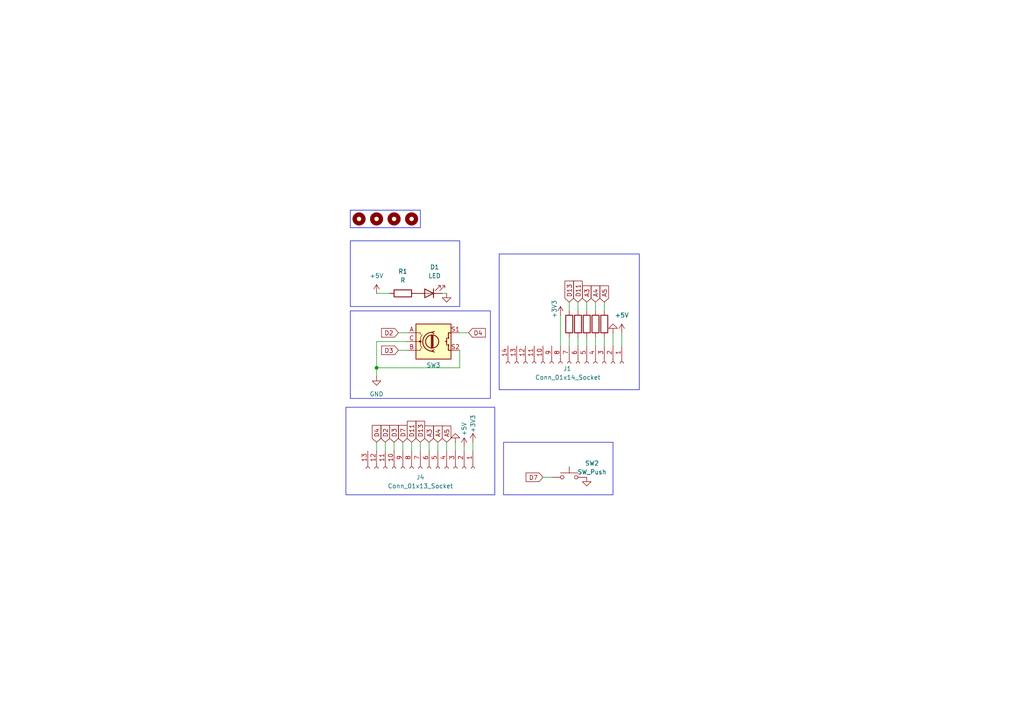
<source format=kicad_sch>
(kicad_sch (version 20231120) (generator "eeschema") (generator_version "8.0")
  (paper "A4")
  (lib_symbols
    (symbol "Connector:Conn_01x13_Socket" (pin_names (offset 1.016) hide)
      (property "Reference" "J" (at 0 17.78 0))
      (property "Value" "Conn_01x13_Socket" (at 0 -17.78 0))
      (symbol "Conn_01x13_Socket_1_1"
        (arc (start 0 -14.732) (mid -0.5058 -15.24) (end 0 -15.748) (stroke (width 0.1524)))
        (arc (start 0 -12.192) (mid -0.5058 -12.7) (end 0 -13.208) (stroke (width 0.1524)))
        (arc (start 0 -9.652) (mid -0.5058 -10.16) (end 0 -10.668) (stroke (width 0.1524)))
        (arc (start 0 -7.112) (mid -0.5058 -7.62) (end 0 -8.128) (stroke (width 0.1524)))
        (arc (start 0 -4.572) (mid -0.5058 -5.08) (end 0 -5.588) (stroke (width 0.1524)))
        (arc (start 0 -2.032) (mid -0.5058 -2.54) (end 0 -3.048) (stroke (width 0.1524)))
        (polyline (pts (xy -1.27 -15.24) (xy -0.508 -15.24)) (stroke (width 0.1524)))
        (polyline (pts (xy -1.27 -12.7) (xy -0.508 -12.7)) (stroke (width 0.1524)))
        (polyline (pts (xy -1.27 -10.16) (xy -0.508 -10.16)) (stroke (width 0.1524)))
        (polyline (pts (xy -1.27 -7.62) (xy -0.508 -7.62)) (stroke (width 0.1524)))
        (polyline (pts (xy -1.27 -5.08) (xy -0.508 -5.08)) (stroke (width 0.1524)))
        (polyline (pts (xy -1.27 -2.54) (xy -0.508 -2.54)) (stroke (width 0.1524)))
        (polyline (pts (xy -1.27 0) (xy -0.508 0)) (stroke (width 0.1524)))
        (polyline (pts (xy -1.27 2.54) (xy -0.508 2.54)) (stroke (width 0.1524)))
        (polyline (pts (xy -1.27 5.08) (xy -0.508 5.08)) (stroke (width 0.1524)))
        (polyline (pts (xy -1.27 7.62) (xy -0.508 7.62)) (stroke (width 0.1524)))
        (polyline (pts (xy -1.27 10.16) (xy -0.508 10.16)) (stroke (width 0.1524)))
        (polyline (pts (xy -1.27 12.7) (xy -0.508 12.7)) (stroke (width 0.1524)))
        (polyline (pts (xy -1.27 15.24) (xy -0.508 15.24)) (stroke (width 0.1524)))
        (arc (start 0 0.508) (mid -0.5058 0) (end 0 -0.508) (stroke (width 0.1524)))
        (arc (start 0 3.048) (mid -0.5058 2.54) (end 0 2.032) (stroke (width 0.1524)))
        (arc (start 0 5.588) (mid -0.5058 5.08) (end 0 4.572) (stroke (width 0.1524)))
        (arc (start 0 8.128) (mid -0.5058 7.62) (end 0 7.112) (stroke (width 0.1524)))
        (arc (start 0 10.668) (mid -0.5058 10.16) (end 0 9.652) (stroke (width 0.1524)))
        (arc (start 0 13.208) (mid -0.5058 12.7) (end 0 12.192) (stroke (width 0.1524)))
        (arc (start 0 15.748) (mid -0.5058 15.24) (end 0 14.732) (stroke (width 0.1524)))
        (pin passive line (at -5.08 15.24 0) (length 3.81) (name "Pin_1") (number "1"))
        (pin passive line (at -5.08 -7.62 0) (length 3.81) (name "Pin_10") (number "10"))
        (pin passive line (at -5.08 -10.16 0) (length 3.81) (name "Pin_11") (number "11"))
        (pin passive line (at -5.08 -12.7 0) (length 3.81) (name "Pin_12") (number "12"))
        (pin passive line (at -5.08 -15.24 0) (length 3.81) (name "Pin_13") (number "13"))
        (pin passive line (at -5.08 12.7 0) (length 3.81) (name "Pin_2") (number "2"))
        (pin passive line (at -5.08 10.16 0) (length 3.81) (name "Pin_3") (number "3"))
        (pin passive line (at -5.08 7.62 0) (length 3.81) (name "Pin_4") (number "4"))
        (pin passive line (at -5.08 5.08 0) (length 3.81) (name "Pin_5") (number "5"))
        (pin passive line (at -5.08 2.54 0) (length 3.81) (name "Pin_6") (number "6"))
        (pin passive line (at -5.08 0 0) (length 3.81) (name "Pin_7") (number "7"))
        (pin passive line (at -5.08 -2.54 0) (length 3.81) (name "Pin_8") (number "8"))
        (pin passive line (at -5.08 -5.08 0) (length 3.81) (name "Pin_9") (number "9"))
      )
    )
    (symbol "Connector:Conn_01x14_Socket" (pin_names (offset 1.016) hide)
      (property "Reference" "J" (at 0 17.78 0))
      (property "Value" "Conn_01x14_Socket" (at 0 -20.32 0))
      (symbol "Conn_01x14_Socket_1_1"
        (arc (start 0 -17.272) (mid -0.5058 -17.78) (end 0 -18.288) (stroke (width 0.1524)))
        (arc (start 0 -14.732) (mid -0.5058 -15.24) (end 0 -15.748) (stroke (width 0.1524)))
        (arc (start 0 -12.192) (mid -0.5058 -12.7) (end 0 -13.208) (stroke (width 0.1524)))
        (arc (start 0 -9.652) (mid -0.5058 -10.16) (end 0 -10.668) (stroke (width 0.1524)))
        (arc (start 0 -7.112) (mid -0.5058 -7.62) (end 0 -8.128) (stroke (width 0.1524)))
        (arc (start 0 -4.572) (mid -0.5058 -5.08) (end 0 -5.588) (stroke (width 0.1524)))
        (arc (start 0 -2.032) (mid -0.5058 -2.54) (end 0 -3.048) (stroke (width 0.1524)))
        (polyline (pts (xy -1.27 -17.78) (xy -0.508 -17.78)) (stroke (width 0.1524)))
        (polyline (pts (xy -1.27 -15.24) (xy -0.508 -15.24)) (stroke (width 0.1524)))
        (polyline (pts (xy -1.27 -12.7) (xy -0.508 -12.7)) (stroke (width 0.1524)))
        (polyline (pts (xy -1.27 -10.16) (xy -0.508 -10.16)) (stroke (width 0.1524)))
        (polyline (pts (xy -1.27 -7.62) (xy -0.508 -7.62)) (stroke (width 0.1524)))
        (polyline (pts (xy -1.27 -5.08) (xy -0.508 -5.08)) (stroke (width 0.1524)))
        (polyline (pts (xy -1.27 -2.54) (xy -0.508 -2.54)) (stroke (width 0.1524)))
        (polyline (pts (xy -1.27 0) (xy -0.508 0)) (stroke (width 0.1524)))
        (polyline (pts (xy -1.27 2.54) (xy -0.508 2.54)) (stroke (width 0.1524)))
        (polyline (pts (xy -1.27 5.08) (xy -0.508 5.08)) (stroke (width 0.1524)))
        (polyline (pts (xy -1.27 7.62) (xy -0.508 7.62)) (stroke (width 0.1524)))
        (polyline (pts (xy -1.27 10.16) (xy -0.508 10.16)) (stroke (width 0.1524)))
        (polyline (pts (xy -1.27 12.7) (xy -0.508 12.7)) (stroke (width 0.1524)))
        (polyline (pts (xy -1.27 15.24) (xy -0.508 15.24)) (stroke (width 0.1524)))
        (arc (start 0 0.508) (mid -0.5058 0) (end 0 -0.508) (stroke (width 0.1524)))
        (arc (start 0 3.048) (mid -0.5058 2.54) (end 0 2.032) (stroke (width 0.1524)))
        (arc (start 0 5.588) (mid -0.5058 5.08) (end 0 4.572) (stroke (width 0.1524)))
        (arc (start 0 8.128) (mid -0.5058 7.62) (end 0 7.112) (stroke (width 0.1524)))
        (arc (start 0 10.668) (mid -0.5058 10.16) (end 0 9.652) (stroke (width 0.1524)))
        (arc (start 0 13.208) (mid -0.5058 12.7) (end 0 12.192) (stroke (width 0.1524)))
        (arc (start 0 15.748) (mid -0.5058 15.24) (end 0 14.732) (stroke (width 0.1524)))
        (pin passive line (at -5.08 15.24 0) (length 3.81) (name "Pin_1") (number "1"))
        (pin passive line (at -5.08 -7.62 0) (length 3.81) (name "Pin_10") (number "10"))
        (pin passive line (at -5.08 -10.16 0) (length 3.81) (name "Pin_11") (number "11"))
        (pin passive line (at -5.08 -12.7 0) (length 3.81) (name "Pin_12") (number "12"))
        (pin passive line (at -5.08 -15.24 0) (length 3.81) (name "Pin_13") (number "13"))
        (pin passive line (at -5.08 -17.78 0) (length 3.81) (name "Pin_14") (number "14"))
        (pin passive line (at -5.08 12.7 0) (length 3.81) (name "Pin_2") (number "2"))
        (pin passive line (at -5.08 10.16 0) (length 3.81) (name "Pin_3") (number "3"))
        (pin passive line (at -5.08 7.62 0) (length 3.81) (name "Pin_4") (number "4"))
        (pin passive line (at -5.08 5.08 0) (length 3.81) (name "Pin_5") (number "5"))
        (pin passive line (at -5.08 2.54 0) (length 3.81) (name "Pin_6") (number "6"))
        (pin passive line (at -5.08 0 0) (length 3.81) (name "Pin_7") (number "7"))
        (pin passive line (at -5.08 -2.54 0) (length 3.81) (name "Pin_8") (number "8"))
        (pin passive line (at -5.08 -5.08 0) (length 3.81) (name "Pin_9") (number "9"))
      )
    )
    (symbol "Device:LED" (pin_numbers hide) (pin_names (offset 1.016) hide)
      (property "Reference" "D" (at 0 2.54 0))
      (property "Value" "LED" (at 0 -2.54 0))
      (symbol "LED_0_1"
        (polyline (pts (xy -1.27 -1.27) (xy -1.27 1.27)) (stroke (width 0.254)))
        (polyline (pts (xy -1.27 0) (xy 1.27 0)))
        (polyline (pts (xy 1.27 -1.27) (xy 1.27 1.27) (xy -1.27 0) (xy 1.27 -1.27)) (stroke (width 0.254)))
        (polyline (pts (xy -3.048 -0.762) (xy -4.572 -2.286) (xy -3.81 -2.286) (xy -4.572 -2.286) (xy -4.572 -1.524)))
        (polyline (pts (xy -1.778 -0.762) (xy -3.302 -2.286) (xy -2.54 -2.286) (xy -3.302 -2.286) (xy -3.302 -1.524)))
      )
      (symbol "LED_1_1"
        (pin passive line (at -3.81 0 0) (length 2.54) (name "K") (number "1"))
        (pin passive line (at 3.81 0 180) (length 2.54) (name "A") (number "2"))
      )
    )
    (symbol "Device:R" (pin_numbers hide) (pin_names (offset 0))
      (property "Reference" "R" (at 2.032 0 90))
      (property "Value" "R" (at 0 0 90))
      (symbol "R_0_1"
        (rectangle (start -1.016 -2.54) (end 1.016 2.54) (stroke (width 0.254)))
      )
      (symbol "R_1_1"
        (pin passive line (at 0 3.81 270) (length 1.27) (name "~") (number "1"))
        (pin passive line (at 0 -3.81 90) (length 1.27) (name "~") (number "2"))
      )
    )
    (symbol "Device:RotaryEncoder_Switch" (pin_names (offset 0.254) hide)
      (property "Reference" "SW" (at 0 6.604 0))
      (property "Value" "RotaryEncoder_Switch" (at 0 -6.604 0))
      (symbol "RotaryEncoder_Switch_0_1"
        (rectangle (start -5.08 5.08) (end 5.08 -5.08) (stroke (width 0.254)) (fill (type background)))
        (circle (center -3.81 0) (radius 0.254) (fill (type outline)))
        (circle (center -0.381 0) (radius 1.905) (stroke (width 0.254)))
        (arc (start -0.381 2.667) (mid -3.0988 -0.0635) (end -0.381 -2.794) (stroke (width 0.254)))
        (polyline (pts (xy -0.635 -1.778) (xy -0.635 1.778)) (stroke (width 0.254)))
        (polyline (pts (xy -0.381 -1.778) (xy -0.381 1.778)) (stroke (width 0.254)))
        (polyline (pts (xy -0.127 1.778) (xy -0.127 -1.778)) (stroke (width 0.254)))
        (polyline (pts (xy 3.81 0) (xy 3.429 0)) (stroke (width 0.254)))
        (polyline (pts (xy 3.81 1.016) (xy 3.81 -1.016)) (stroke (width 0.254)))
        (polyline (pts (xy -5.08 -2.54) (xy -3.81 -2.54) (xy -3.81 -2.032)))
        (polyline (pts (xy -5.08 2.54) (xy -3.81 2.54) (xy -3.81 2.032)))
        (polyline (pts (xy 0.254 -3.048) (xy -0.508 -2.794) (xy 0.127 -2.413)) (stroke (width 0.254)))
        (polyline (pts (xy 0.254 2.921) (xy -0.508 2.667) (xy 0.127 2.286)) (stroke (width 0.254)))
        (polyline (pts (xy 5.08 -2.54) (xy 4.318 -2.54) (xy 4.318 -1.016)) (stroke (width 0.254)))
        (polyline (pts (xy 5.08 2.54) (xy 4.318 2.54) (xy 4.318 1.016)) (stroke (width 0.254)))
        (polyline (pts (xy -5.08 0) (xy -3.81 0) (xy -3.81 -1.016) (xy -3.302 -2.032)))
        (polyline (pts (xy -4.318 0) (xy -3.81 0) (xy -3.81 1.016) (xy -3.302 2.032)))
        (circle (center 4.318 -1.016) (radius 0.127) (stroke (width 0.254)))
        (circle (center 4.318 1.016) (radius 0.127) (stroke (width 0.254)))
      )
      (symbol "RotaryEncoder_Switch_1_1"
        (pin passive line (at -7.62 2.54 0) (length 2.54) (name "A") (number "A"))
        (pin passive line (at -7.62 -2.54 0) (length 2.54) (name "B") (number "B"))
        (pin passive line (at -7.62 0 0) (length 2.54) (name "C") (number "C"))
        (pin passive line (at 7.62 2.54 180) (length 2.54) (name "S1") (number "S1"))
        (pin passive line (at 7.62 -2.54 180) (length 2.54) (name "S2") (number "S2"))
      )
    )
    (symbol "Mechanical:MountingHole" (pin_names (offset 1.016)) (exclude_from_sim yes) (in_bom no)
      (property "Reference" "H" (at 0 5.08 0))
      (property "Value" "MountingHole" (at 0 3.175 0))
      (symbol "MountingHole_0_1"
        (circle (center 0 0) (radius 1.27) (stroke (width 1.27)))
      )
    )
    (symbol "Switch:SW_Push" (pin_numbers hide) (pin_names (offset 1.016) hide)
      (property "Reference" "SW" (at 1.27 2.54 0))
      (property "Value" "SW_Push" (at 0 -1.524 0))
      (symbol "SW_Push_0_1"
        (circle (center -2.032 0) (radius 0.508))
        (polyline (pts (xy 0 1.27) (xy 0 3.048)))
        (polyline (pts (xy 2.54 1.27) (xy -2.54 1.27)))
        (circle (center 2.032 0) (radius 0.508))
        (pin passive line (at -5.08 0 0) (length 2.54) (name "1") (number "1"))
        (pin passive line (at 5.08 0 180) (length 2.54) (name "2") (number "2"))
      )
    )
    (symbol "power:+3V3" (power) (pin_numbers hide) (pin_names (offset 0) hide)
      (property "Value" "+3V3" (at 0 3.556 0))
      (symbol "+3V3_0_1"
        (polyline (pts (xy -0.762 1.27) (xy 0 2.54)))
        (polyline (pts (xy 0 0) (xy 0 2.54)))
        (polyline (pts (xy 0 2.54) (xy 0.762 1.27)))
      )
      (symbol "+3V3_1_1"
        (pin power_in line (at 0 0 90) (length 0) (name "~") (number "1"))
      )
    )
    (symbol "power:+5V" (power) (pin_numbers hide) (pin_names (offset 0) hide)
      (property "Value" "+5V" (at 0 3.556 0))
      (symbol "+5V_0_1"
        (polyline (pts (xy -0.762 1.27) (xy 0 2.54)))
        (polyline (pts (xy 0 0) (xy 0 2.54)))
        (polyline (pts (xy 0 2.54) (xy 0.762 1.27)))
      )
      (symbol "+5V_1_1"
        (pin power_in line (at 0 0 90) (length 0) (name "~") (number "1"))
      )
    )
    (symbol "power:GND" (power) (pin_numbers hide) (pin_names (offset 0) hide)
      (property "Value" "GND" (at 0 -3.81 0))
      (symbol "GND_0_1"
        (polyline (pts (xy 0 0) (xy 0 -1.27) (xy 1.27 -1.27) (xy 0 -2.54) (xy -1.27 -1.27) (xy 0 -1.27)))
      )
      (symbol "GND_1_1"
        (pin power_in line (at 0 0 270) (length 0) (name "~") (number "1"))
      )
    )
  )
  (junction (at 109.22 106.68))
  (wire (pts (xy 172.72 97.79) (xy 172.72 100.33)))
  (wire (pts (xy 162.56 91.44) (xy 162.56 100.33)))
  (wire (pts (xy 175.26 97.79) (xy 175.26 100.33)))
  (wire (pts (xy 111.76 128.27) (xy 111.76 130.81)))
  (wire (pts (xy 167.64 97.79) (xy 167.64 100.33)))
  (wire (pts (xy 109.22 128.27) (xy 109.22 130.81)))
  (wire (pts (xy 134.62 129.54) (xy 134.62 130.81)))
  (wire (pts (xy 165.1 97.79) (xy 165.1 100.33)))
  (wire (pts (xy 129.54 128.27) (xy 129.54 130.81)))
  (wire (pts (xy 115.57 96.52) (xy 118.11 96.52)))
  (wire (pts (xy 127 128.27) (xy 127 130.81)))
  (wire (pts (xy 172.72 87.63) (xy 172.72 90.17)))
  (wire (pts (xy 114.3 128.27) (xy 114.3 130.81)))
  (wire (pts (xy 133.35 96.52) (xy 135.89 96.52)))
  (wire (pts (xy 129.54 85.09) (xy 128.27 85.09)))
  (wire (pts (xy 124.46 128.27) (xy 124.46 130.81)))
  (wire (pts (xy 109.22 99.06) (xy 109.22 106.68)))
  (wire (pts (xy 109.22 106.68) (xy 133.35 106.68)))
  (wire (pts (xy 167.64 87.63) (xy 167.64 90.17)))
  (wire (pts (xy 109.22 109.22) (xy 109.22 106.68)))
  (wire (pts (xy 175.26 87.63) (xy 175.26 90.17)))
  (wire (pts (xy 109.22 85.09) (xy 113.03 85.09)))
  (wire (pts (xy 132.08 128.27) (xy 132.08 130.81)))
  (wire (pts (xy 119.38 128.27) (xy 119.38 130.81)))
  (wire (pts (xy 177.8 96.52) (xy 177.8 100.33)))
  (wire (pts (xy 115.57 101.6) (xy 118.11 101.6)))
  (wire (pts (xy 180.34 96.52) (xy 180.34 100.33)))
  (wire (pts (xy 121.92 128.27) (xy 121.92 130.81)))
  (wire (pts (xy 133.35 106.68) (xy 133.35 101.6)))
  (wire (pts (xy 165.1 87.63) (xy 165.1 90.17)))
  (wire (pts (xy 118.11 99.06) (xy 109.22 99.06)))
  (wire (pts (xy 170.18 87.63) (xy 170.18 90.17)))
  (wire (pts (xy 157.48 138.43) (xy 160.02 138.43)))
  (wire (pts (xy 170.18 97.79) (xy 170.18 100.33)))
  (wire (pts (xy 116.84 128.27) (xy 116.84 130.81)))
  (wire (pts (xy 137.16 128.27) (xy 137.16 130.81)))
  (rectangle (start 101.6 60.96) (end 121.92 66.04))
  (rectangle (start 100.33 118.11) (end 143.51 143.51))
  (rectangle (start 146.05 128.27) (end 177.8 143.51))
  (rectangle (start 101.6 69.85) (end 133.35 88.9))
  (rectangle (start 101.6 90.17) (end 142.24 115.57))
  (rectangle (start 144.78 73.66) (end 185.42 113.03))
  (global_label "A5" (shape input) (at 129.54 128.27 90) (property "Intersheetrefs" "${INTERSHEET_REFS}" (effects (hide yes))))
  (global_label "D3" (shape input) (at 114.3 128.27 90) (property "Intersheetrefs" "${INTERSHEET_REFS}" (effects (hide yes))))
  (global_label "D7" (shape input) (at 116.84 128.27 90) (property "Intersheetrefs" "${INTERSHEET_REFS}" (effects (hide yes))))
  (global_label "A3" (shape input) (at 170.18 87.63 90) (property "Intersheetrefs" "${INTERSHEET_REFS}" (effects (hide yes))))
  (global_label "D2" (shape input) (at 111.76 128.27 90) (property "Intersheetrefs" "${INTERSHEET_REFS}" (effects (hide yes))))
  (global_label "D13" (shape input) (at 165.1 87.63 90) (property "Intersheetrefs" "${INTERSHEET_REFS}" (effects (hide yes))))
  (global_label "D4" (shape input) (at 135.89 96.52 0) (property "Intersheetrefs" "${INTERSHEET_REFS}" (effects (hide yes))))
  (global_label "D4" (shape input) (at 109.22 128.27 90) (property "Intersheetrefs" "${INTERSHEET_REFS}" (effects (hide yes))))
  (global_label "D3" (shape input) (at 115.57 101.6 180) (property "Intersheetrefs" "${INTERSHEET_REFS}" (effects (hide yes))))
  (global_label "D2" (shape input) (at 115.57 96.52 180) (property "Intersheetrefs" "${INTERSHEET_REFS}" (effects (hide yes))))
  (global_label "D11" (shape input) (at 167.64 87.63 90) (property "Intersheetrefs" "${INTERSHEET_REFS}" (effects (hide yes))))
  (global_label "A4" (shape input) (at 127 128.27 90) (property "Intersheetrefs" "${INTERSHEET_REFS}" (effects (hide yes))))
  (global_label "D7" (shape input) (at 157.48 138.43 180) (property "Intersheetrefs" "${INTERSHEET_REFS}" (effects (hide yes))))
  (global_label "A3" (shape input) (at 124.46 128.27 90) (property "Intersheetrefs" "${INTERSHEET_REFS}" (effects (hide yes))))
  (global_label "D11" (shape input) (at 119.38 128.27 90) (property "Intersheetrefs" "${INTERSHEET_REFS}" (effects (hide yes))))
  (global_label "D13" (shape input) (at 121.92 128.27 90) (property "Intersheetrefs" "${INTERSHEET_REFS}" (effects (hide yes))))
  (global_label "A4" (shape input) (at 172.72 87.63 90) (property "Intersheetrefs" "${INTERSHEET_REFS}" (effects (hide yes))))
  (global_label "A5" (shape input) (at 175.26 87.63 90) (property "Intersheetrefs" "${INTERSHEET_REFS}" (effects (hide yes))))
  (symbol (lib_id "Device:R") (at 172.72 93.98 180) (unit 1)
    (property "Reference" "R3" (effects (hide yes)))
    (property "Value" "R" (effects (hide yes)))
    (property "Footprint" "Resistor_THT:R_Axial_DIN0207_L6.3mm_D2.5mm_P7.62mm_Horizontal" (effects (hide yes)))
    (property "Description" "Resistor" (effects (hide yes)))
  )
  (symbol (lib_id "Mechanical:MountingHole") (at 119.38 63.5 0) (unit 1) (exclude_from_sim yes) (in_bom no)
    (property "Reference" "H4" (effects (hide yes)))
    (property "Value" "MountingHole" (effects (hide yes)))
    (property "Footprint" "MountingHole:MountingHole_3.2mm_M3" (effects (hide yes)))
    (property "Description" "Mounting Hole without connection" (effects (hide yes)))
  )
  (symbol (lib_id "power:+3V3") (at 137.16 128.27 0) (unit 1)
    (property "Reference" "#PWR011" (effects (hide yes)))
    (property "Value" "+3V3" (at 137.16 122.936 90))
    (property "Description" "Power symbol creates a global label with name \"+3V3\"" (effects (hide yes)))
  )
  (symbol (lib_id "power:GND") (at 170.18 138.43 0) (unit 1)
    (property "Reference" "#PWR01" (effects (hide yes)))
    (property "Value" "GND" (effects (hide yes)))
    (property "Description" "Power symbol creates a global label with name \"GND\" , ground" (effects (hide yes)))
  )
  (symbol (lib_id "power:+3V3") (at 162.56 91.44 0) (unit 1)
    (property "Reference" "#PWR06" (effects (hide yes)))
    (property "Value" "+3V3" (at 160.782 89.662 90))
    (property "Description" "Power symbol creates a global label with name \"+3V3\"" (effects (hide yes)))
  )
  (symbol (lib_id "power:GND") (at 132.08 128.27 180) (unit 1)
    (property "Reference" "#PWR012" (effects (hide yes)))
    (property "Value" "GND" (effects (hide yes)))
    (property "Description" "Power symbol creates a global label with name \"GND\" , ground" (effects (hide yes)))
  )
  (symbol (lib_id "power:GND") (at 177.8 96.52 180) (unit 1)
    (property "Reference" "#PWR05" (effects (hide yes)))
    (property "Value" "GND" (effects (hide yes)))
    (property "Description" "Power symbol creates a global label with name \"GND\" , ground" (effects (hide yes)))
  )
  (symbol (lib_id "Device:R") (at 167.64 93.98 180) (unit 1)
    (property "Reference" "R7" (effects (hide yes)))
    (property "Value" "R" (effects (hide yes)))
    (property "Footprint" "Resistor_THT:R_Axial_DIN0207_L6.3mm_D2.5mm_P7.62mm_Horizontal" (effects (hide yes)))
    (property "Description" "Resistor" (effects (hide yes)))
  )
  (symbol (lib_id "Device:R") (at 116.84 85.09 90) (unit 1)
    (property "Reference" "R1" (at 116.84 78.74 90))
    (property "Value" "R" (at 116.84 81.28 90))
    (property "Footprint" "Resistor_THT:R_Axial_DIN0207_L6.3mm_D2.5mm_P7.62mm_Horizontal" (effects (hide yes)))
    (property "Description" "Resistor" (effects (hide yes)))
  )
  (symbol (lib_id "Mechanical:MountingHole") (at 109.22 63.5 0) (unit 1) (exclude_from_sim yes) (in_bom no)
    (property "Reference" "H3" (effects (hide yes)))
    (property "Value" "MountingHole" (effects (hide yes)))
    (property "Footprint" "MountingHole:MountingHole_3.2mm_M3" (effects (hide yes)))
    (property "Description" "Mounting Hole without connection" (effects (hide yes)))
  )
  (symbol (lib_id "Mechanical:MountingHole") (at 114.3 63.5 0) (unit 1) (exclude_from_sim yes) (in_bom no)
    (property "Reference" "H2" (effects (hide yes)))
    (property "Value" "MountingHole" (effects (hide yes)))
    (property "Footprint" "MountingHole:MountingHole_3.2mm_M3" (effects (hide yes)))
    (property "Description" "Mounting Hole without connection" (effects (hide yes)))
  )
  (symbol (lib_id "Connector:Conn_01x13_Socket") (at 121.92 135.89 270) (unit 1)
    (property "Reference" "J4" (at 121.92 138.43 90))
    (property "Value" "Conn_01x13_Socket" (at 121.92 140.97 90))
    (property "Footprint" "Connector_PinSocket_2.54mm:PinSocket_2x13_P2.54mm_Vertical" (effects (hide yes)))
    (property "Description" "Generic connector, single row, 01x13, script generated" (effects (hide yes)))
  )
  (symbol (lib_id "Device:R") (at 165.1 93.98 180) (unit 1)
    (property "Reference" "R6" (effects (hide yes)))
    (property "Value" "R" (effects (hide yes)))
    (property "Footprint" "Resistor_THT:R_Axial_DIN0207_L6.3mm_D2.5mm_P7.62mm_Horizontal" (effects (hide yes)))
    (property "Description" "Resistor" (effects (hide yes)))
  )
  (symbol (lib_id "Device:LED") (at 124.46 85.09 180) (unit 1)
    (property "Reference" "D1" (at 126.0475 77.47 0))
    (property "Value" "LED" (at 126.0475 80.01 0))
    (property "Footprint" "LED_THT:LED_D5.0mm" (effects (hide yes)))
    (property "Description" "Light emitting diode" (effects (hide yes)))
  )
  (symbol (lib_id "Mechanical:MountingHole") (at 104.14 63.5 0) (unit 1) (exclude_from_sim yes) (in_bom no)
    (property "Reference" "H1" (effects (hide yes)))
    (property "Value" "MountingHole" (effects (hide yes)))
    (property "Footprint" "MountingHole:MountingHole_3.2mm_M3" (effects (hide yes)))
    (property "Description" "Mounting Hole without connection" (effects (hide yes)))
  )
  (symbol (lib_id "power:+5V") (at 180.34 96.52 0) (unit 1)
    (property "Reference" "#PWR04" (effects (hide yes)))
    (property "Value" "+5V" (at 180.34 91.44 0))
    (property "Description" "Power symbol creates a global label with name \"+5V\"" (effects (hide yes)))
  )
  (symbol (lib_id "Device:R") (at 175.26 93.98 180) (unit 1)
    (property "Reference" "R2" (effects (hide yes)))
    (property "Value" "R" (effects (hide yes)))
    (property "Footprint" "Resistor_THT:R_Axial_DIN0207_L6.3mm_D2.5mm_P7.62mm_Horizontal" (effects (hide yes)))
    (property "Description" "Resistor" (effects (hide yes)))
  )
  (symbol (lib_id "Device:RotaryEncoder_Switch") (at 125.73 99.06 0) (unit 1)
    (property "Reference" "SW3" (at 125.73 105.918 0))
    (property "Value" "RotaryEncoder_Switch" (effects (hide yes)))
    (property "Footprint" "Rotary_Encoder:RotaryEncoder_Alps_EC12E-Switch_Vertical_H20mm_CircularMountingHoles" (effects (hide yes)))
    (property "Description" "Rotary encoder, dual channel, incremental quadrate outputs, with switch" (effects (hide yes)))
  )
  (symbol (lib_id "Device:R") (at 170.18 93.98 180) (unit 1)
    (property "Reference" "R4" (effects (hide yes)))
    (property "Value" "R" (effects (hide yes)))
    (property "Footprint" "Resistor_THT:R_Axial_DIN0207_L6.3mm_D2.5mm_P7.62mm_Horizontal" (effects (hide yes)))
    (property "Description" "Resistor" (effects (hide yes)))
  )
  (symbol (lib_id "Switch:SW_Push") (at 165.1 138.43 0) (unit 1)
    (property "Reference" "SW2" (at 171.704 134.366 0))
    (property "Value" "SW_Push" (at 171.704 136.906 0))
    (property "Footprint" "Button_Switch_THT:SW_PUSH_6mm_H7.3mm" (effects (hide yes)))
    (property "Description" "Push button switch, generic, two pins" (effects (hide yes)))
  )
  (symbol (lib_id "power:+5V") (at 134.62 129.54 0) (unit 1)
    (property "Reference" "#PWR010" (effects (hide yes)))
    (property "Value" "+5V" (at 134.62 124.46 90))
    (property "Description" "Power symbol creates a global label with name \"+5V\"" (effects (hide yes)))
  )
  (symbol (lib_id "power:+5V") (at 109.22 85.09 0) (unit 1)
    (property "Reference" "#PWR09" (effects (hide yes)))
    (property "Value" "+5V" (at 109.22 80.01 0))
    (property "Description" "Power symbol creates a global label with name \"+5V\"" (effects (hide yes)))
  )
  (symbol (lib_id "power:GND") (at 129.54 85.09 0) (unit 1)
    (property "Reference" "#PWR03" (effects (hide yes)))
    (property "Value" "GND" (effects (hide yes)))
    (property "Description" "Power symbol creates a global label with name \"GND\" , ground" (effects (hide yes)))
  )
  (symbol (lib_id "Connector:Conn_01x14_Socket") (at 165.1 105.41 270) (unit 1)
    (property "Reference" "J1" (at 163.322 106.934 90) (effects (justify left)))
    (property "Value" "Conn_01x14_Socket" (at 155.194 109.474 90) (effects (justify left)))
    (property "Footprint" "Connector_PinSocket_2.54mm:PinSocket_1x14_P2.54mm_Vertical" (effects (hide yes)))
    (property "Description" "Generic connector, single row, 01x14, script generated" (effects (hide yes)))
  )
  (symbol (lib_id "power:GND") (at 109.22 109.22 0) (unit 1)
    (property "Reference" "#PWR08" (effects (hide yes)))
    (property "Value" "GND" (at 109.22 114.3 0))
    (property "Description" "Power symbol creates a global label with name \"GND\" , ground" (effects (hide yes)))
  )
)
</source>
